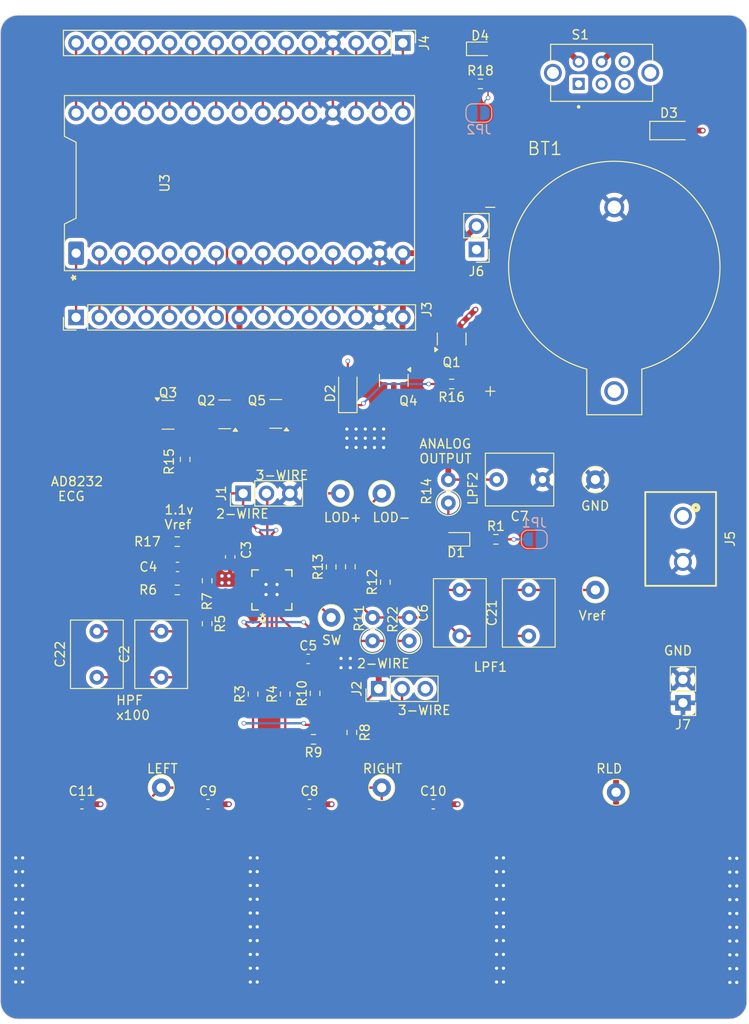
<source format=kicad_pcb>
(kicad_pcb (version 20241229) (generator "pcbnew") (generator_version "9.0")
  (layers (0 "F.Cu" signal) (4 "In1.Cu" signal) (6 "In2.Cu" signal) (2 "B.Cu" signal) (13 "F.Paste" user) (15 "B.Paste" user) (5 "F.SilkS" user "F.Silkscreen") (7 "B.SilkS" user "B.Silkscreen") (1 "F.Mask" user) (3 "B.Mask" user) (25 "Edge.Cuts" user))
  (net 0 "")
  (net 1 "GND")
  (net 2 "+3V0")
  (net 3 "Net-(U1-HPSENSE)")
  (net 4 "/VREFIN")
  (net 5 "Net-(U1-RLDFB)")
  (net 6 "Net-(U1-OPAMP+)")
  (net 7 "Net-(U1-REFOUT)")
  (net 8 "/FILTER_OUT")
  (net 9 "/PWR_OFF_HV")
  (net 10 "/PWR_HOLD")
  (net 11 "Net-(J1-Pin_2)")
  (net 12 "Net-(J2-Pin_2)")
  (net 13 "/RLD")
  (net 14 "/VIN")
  (net 15 "+9V")
  (net 16 "Net-(U1-IN+)")
  (net 17 "/INP")
  (net 18 "/INM")
  (net 19 "Net-(U1-IN-)")
  (net 20 "Net-(U1-IAOUT)")
  (net 21 "Net-(U1-OPAMP-)")
  (net 22 "Net-(D1-K)")
  (net 23 "/LODN")
  (net 24 "/LODP")
  (net 25 "+3V3")
  (net 26 "/HR_SIGNAL")
  (net 27 "/P1")
  (net 28 "/D2")
  (net 29 "/PWR_ON")
  (net 30 "Net-(U1-SW)")
  (net 31 "/D11")
  (net 32 "/D8")
  (net 33 "/A3")
  (net 34 "/A0")
  (net 35 "/D4")
  (net 36 "/TX")
  (net 37 "/RX")
  (net 38 "/A7")
  (net 39 "/D9")
  (net 40 "/D13")
  (net 41 "/D10")
  (net 42 "/D6")
  (net 43 "/D12")
  (net 44 "/RESET")
  (net 45 "/RESET1")
  (net 46 "/D7")
  (net 47 "/A5")
  (net 48 "/A2")
  (net 49 "/A6")
  (net 50 "+5V")
  (net 51 "/AREF")
  (net 52 "/D5")
  (net 53 "/A1")
  (net 54 "Net-(D1-A)")
  (net 55 "Net-(JP1-B)")
  (net 56 "/RL")
  (net 57 "/BPLUS")
  (net 58 "Net-(D3-K)")
  (net 59 "Net-(D3-A)")
  (net 63 "Net-(JP2-B)")
  (net 64 "Net-(D4-K)")
  (footprint "Resistor_SMD:R_0603_1608Metric" (layer "F.Cu") (at 130.340001 102.792999 -90)
    (property "Reference" "R8")
    (property "Value" "10M")
  )
  (footprint "TestPoint:TestPoint_Keystone_5000-5004_Miniature" (layer "F.Cu") (at 159.090001 109.292999 90)
    (property "Reference" "TP5" (hide yes))
    (property "Value" "TestPoint")
  )
  (footprint "Capacitor_SMD:C_0603_1608Metric" (layer "F.Cu") (at 111.365001 84.792999 180)
    (property "Reference" "C4")
    (property "Value" "100nF")
  )
  (footprint "LED_SMD:LED_0603_1608Metric" (layer "F.Cu") (at 141.690001 81.792999 180)
    (property "Reference" "D1")
    (property "Value" "LED")
  )
  (footprint "Connector_PinHeader_2.54mm:PinHeader_1x15_P2.54mm_Vertical" (layer "F.Cu") (at 100.33 57.658 90)
    (property "Reference" "J3")
    (property "Value" "Conn_01x15")
  )
  (footprint "Diode_SMD:D_SOD-123F" (layer "F.Cu") (at 129.9 65.8 90)
    (property "Reference" "D2")
    (property "Value" "1N4148")
  )
  (footprint "Resistor_SMD:R_0603_1608Metric" (layer "F.Cu") (at 114.590001 86.292999 -90)
    (property "Reference" "R7")
    (property "Value" "10M")
  )
  (footprint "Capacitor_THT:C_Rect_L7.2mm_W5.5mm_P5.00mm_FKS2_FKP2_MKS2_MKP2" (layer "F.Cu") (at 109.590001 96.792999 90)
    (property "Reference" "C2")
    (property "Value" "1u")
  )
  (footprint "ECG_Footprints:FingerPad" (layer "F.Cu") (at 106.68 123.063 180)
    (property "Reference" "TP11" (hide yes))
    (property "Value" "TestPoint")
  )
  (footprint "Capacitor_SMD:C_0603_1608Metric" (layer "F.Cu") (at 114.681 110.6)
    (property "Reference" "C9")
    (property "Value" "1nF")
  )
  (footprint "Resistor_SMD:R_0603_1608Metric" (layer "F.Cu") (at 112.2 73.1 90)
    (property "Reference" "R15")
    (property "Value" "1M")
  )
  (footprint "Connector_PinHeader_2.54mm:PinHeader_1x03_P2.54mm_Vertical" (layer "F.Cu") (at 133.260001 98.042999 90)
    (property "Reference" "J2")
    (property "Value" "Conn_01x03")
  )
  (footprint "ECG_Footprints:691137710002" (layer "F.Cu") (at 166.37 81.748 -90)
    (property "Reference" "J5")
    (property "Value" "Conn_01x02")
  )
  (footprint "Resistor_THT:R_Axial_DIN0207_L6.3mm_D2.5mm_P2.54mm_Vertical" (layer "F.Cu") (at 136.590001 92.832999 90)
    (property "Reference" "R22")
    (property "Value" "DNP")
  )
  (footprint "Resistor_SMD:R_0603_1608Metric" (layer "F.Cu") (at 111.340001 82.042999 180)
    (property "Reference" "R17")
    (property "Value" "10M")
  )
  (footprint "Resistor_SMD:R_0603_1608Metric" (layer "F.Cu") (at 123.090001 98.617999 90)
    (property "Reference" "R4")
    (property "Value" "220K")
  )
  (footprint "Capacitor_THT:C_Rect_L7.2mm_W5.5mm_P5.00mm_FKS2_FKP2_MKS2_MKP2" (layer "F.Cu") (at 142.090001 92.292999 90)
    (property "Reference" "C6")
    (property "Value" "4.7n")
  )
  (footprint "ECG_Footprints:FingerPad" (layer "F.Cu") (at 160.02 123.063 180)
    (property "Reference" "TP9" (hide yes))
    (property "Value" "TestPoint")
  )
  (footprint "TestPoint:TestPoint_Keystone_5000-5004_Miniature" (layer "F.Cu") (at 133.590001 108.792999 90)
    (property "Reference" "TP3" (hide yes))
    (property "Value" "TestPoint")
  )
  (footprint "Package_TO_SOT_SMD:SOT-23" (layer "F.Cu") (at 141.2 60 90)
    (property "Reference" "Q1")
    (property "Value" "DMG2301L")
  )
  (footprint "Resistor_SMD:R_0603_1608Metric" (layer "F.Cu") (at 146.015001 81.792999)
    (property "Reference" "R1")
    (property "Value" "1k")
  )
  (footprint "TestPoint:TestPoint_Keystone_5000-5004_Miniature" (layer "F.Cu") (at 129.090001 76.792999 90)
    (property "Reference" "TP2" (hide yes))
    (property "Value" "TestPoint")
  )
  (footprint "Resistor_SMD:R_0603_1608Metric" (layer "F.Cu") (at 128.090001 84.792999 90)
    (property "Reference" "R13")
    (property "Value" "1M")
  )
  (footprint "TestPoint:TestPoint_Keystone_5000-5004_Miniature" (layer "F.Cu") (at 156.840001 75.292999 90)
    (property "Reference" "TP8" (hide yes))
    (property "Value" "TestPoint")
  )
  (footprint "Package_TO_SOT_SMD:SOT-23" (layer "F.Cu") (at 122.0625 68.15 180)
    (property "Reference" "Q5")
    (property "Value" "T2N7002AK")
  )
  (footprint "Resistor_SMD:R_0603_1608Metric" (layer "F.Cu") (at 126.340001 98.542999 90)
    (property "Reference" "R10")
    (property "Value" "330K")
  )
  (footprint "Connector_PinHeader_2.54mm:PinHeader_1x03_P2.54mm_Vertical" (layer "F.Cu") (at 118.510001 76.792999 90)
    (property "Reference" "J1")
    (property "Value" "Conn_01x03")
  )
  (footprint "ECG_Footprints:FingerPad" (layer "F.Cu") (at 132.715 123.063 180)
    (property "Reference" "TP10" (hide yes))
    (property "Value" "TestPoint")
  )
  (footprint "Package_TO_SOT_SMD:SOT-23" (layer "F.Cu") (at 110.3375 68.25)
    (property "Reference" "Q3")
    (property "Value" "T2N7002AK")
  )
  (footprint "Capacitor_SMD:C_0603_1608Metric" (layer "F.Cu") (at 125.73 110.6)
    (property "Reference" "C8")
    (property "Value" "1nF")
  )
  (footprint "Capacitor_THT:C_Rect_L7.2mm_W5.5mm_P5.00mm_FKS2_FKP2_MKS2_MKP2" (layer "F.Cu") (at 102.590001 96.792999 90)
    (property "Reference" "C22")
    (property "Value" "DNP")
  )
  (footprint "Connector_PinHeader_2.54mm:PinHeader_1x02_P2.54mm_Vertical" (layer "F.Cu") (at 166.37 99.568 180)
    (property "Reference" "J7")
    (property "Value" "Conn_01x02")
  )
  (footprint "TestPoint:TestPoint_Keystone_5000-5004_Miniature" (layer "F.Cu") (at 128.090001 90.292999 90)
    (property "Reference" "TP6" (hide yes))
    (property "Value" "TestPoint")
  )
  (footprint "Capacitor_SMD:C_0603_1608Metric" (layer "F.Cu") (at 125.590001 94.792999)
    (property "Reference" "C5")
    (property "Value" "1nF")
  )
  (footprint "Resistor_SMD:R_0603_1608Metric" (layer "F.Cu") (at 114.590001 90.967999 -90)
    (property "Reference" "R5")
    (property "Value" "10M")
  )
  (footprint "Capacitor_SMD:C_0603_1608Metric" (layer "F.Cu") (at 100.965 110.6)
    (property "Reference" "C11")
    (property "Value" "1nF")
  )
  (footprint "Resistor_SMD:R_0603_1608Metric" (layer "F.Cu") (at 126.165001 103.542999 180)
    (property "Reference" "R9")
    (property "Value" "10M")
  )
  (footprint "Capacitor_THT:C_Rect_L7.2mm_W5.5mm_P5.00mm_FKS2_FKP2_MKS2_MKP2" (layer "F.Cu") (at 151.090001 75.292999 180)
    (property "Reference" "C7")
    (property "Value" "100nF")
  )
  (footprint "LED_SMD:LED_0603_1608Metric" (layer "F.Cu") (at 144.2975 28.448)
    (property "Reference" "D4")
    (property "Value" "LED_Red")
  )
  (footprint "Package_TO_SOT_SMD:SOT-23" (layer "F.Cu") (at 134.9 64.5 -90)
    (property "Reference" "Q4")
    (property "Value" "T2N7002AK")
  )
  (footprint "ECG_Footprints:DIP30-ArduinoNano" (layer "F.Cu") (at 110.49 43.053 90)
    (property "Reference" "U3")
    (property "Value" "ABX00027")
  )
  (footprint "Resistor_SMD:R_0603_1608Metric" (layer "F.Cu") (at 111.340001 87.292999 180)
    (property "Reference" "R6")
    (property "Value" "10M")
  )
  (footprint "Connector_PinHeader_2.54mm:PinHeader_1x02_P2.54mm_Vertical" (layer "F.Cu") (at 143.9 50.275 180)
    (property "Reference" "J6")
    (property "Value" "Conn_01x02")
  )
  (footprint "TestPoint:TestPoint_Keystone_5000-5004_Miniature" (layer "F.Cu") (at 156.840001 87.292999 90)
    (property "Reference" "TP7" (hide yes))
    (property "Value" "TestPoint")
  )
  (footprint "Resistor_SMD:R_0603_1608Metric" (layer "F.Cu") (at 119.590001 98.617999 90)
    (property "Reference" "R3")
    (property "Value" "220K")
  )
  (footprint "Resistor_SMD:R_0603_1608Metric" (layer "F.Cu") (at 144.335 32.258)
    (property "Reference" "R18")
    (property "Value" "6.8K")
  )
  (footprint "ECG_Footprints:BAT_BS-3" (layer "F.Cu") (at 158.9 52.18375)
    (property "Reference" "BT1")
    (property "Value" "BS-3")
  )
  (footprint "Capacitor_SMD:C_0603_1608Metric" (layer "F.Cu") (at 117.1 83.7 -90)
    (property "Reference" "C3")
    (property "Value" "100nF")
  )
  (footprint "TestPoint:TestPoint_Keystone_5000-5004_Miniature" (layer "F.Cu") (at 133.590001 76.792999 90)
    (property "Reference" "TP1" (hide yes))
    (property "Value" "TestPoint")
  )
  (footprint "Resistor_THT:R_Axial_DIN0207_L6.3mm_D2.5mm_P2.54mm_Vertical" (layer "F.Cu") (at 132.590001 92.832999 90)
    (property "Reference" "R11")
    (property "Value" "470K")
  )
  (footprint "TestPoint:TestPoint_Keystone_5000-5004_Miniature" (layer "F.Cu") (at 109.590001 108.792999 90)
    (property "Reference" "TP4" (hide yes))
    (property "Value" "TestPoint")
  )
  (footprint "Resistor_SMD:R_0603_1608Metric" (layer "F.Cu") (at 130.175 84.773 90)
    (property "Reference" "R2" (hide yes))
    (property "Value" "DNP")
  )
  (footprint "Diode_SMD:D_SOD-123F" (layer "F.Cu") (at 164.973 37.338)
    (property "Reference" "D3")
    (property "Value" "~")
  )
  (footprint "Package_TO_SOT_SMD:SOT-23" (layer "F.Cu") (at 116.5 68.2 180)
    (property "Reference" "Q2")
    (property "Value" "T2N7002AK")
  )
  (footprint "Capacitor_THT:C_Rect_L7.2mm_W5.5mm_P5.00mm_FKS2_FKP2_MKS2_MKP2" (layer "F.Cu") (at 149.590001 92.292999 90)
    (property "Reference" "C21")
    (property "Value" "DNP")
  )
  (footprint "Resistor_SMD:R_0603_1608Metric" (layer "F.Cu") (at 141.2 64.9 180)
    (property "Reference" "R16")
    (property "Value" "1M")
  )
  (footprint "Resistor_SMD:R_0603_1608Metric" (layer "F.Cu") (at 133.985 86.442999 90)
    (property "Reference" "R12")
    (property "Value" "100K")
  )
  (footprint "Resistor_THT:R_Axial_DIN0207_L6.3mm_D2.5mm_P2.54mm_Vertical" (layer "F.Cu") (at 140.840001 77.837999 90)
    (property "Reference" "R14")
    (property "Value" "0")
  )
  (footprint "Connector_PinHeader_2.54mm:PinHeader_1x15_P2.54mm_Vertical" (layer "F.Cu") (at 135.89 27.813 -90)
    (property "Reference" "J4")
    (property "Value" "Conn_01x15")
  )
  (footprint "ECG_Footprints:CP_20_10_ADI" (layer "F.Cu") (at 121.637602 87.293 180)
    (property "Reference" "U1" (hide yes))
    (property "Value" "AD8232ACPZ-R7")
  )
  (footprint "Capacitor_SMD:C_0603_1608Metric" (layer "F.Cu") (at 139.2 110.6)
    (property "Reference" "C10")
    (property "Value" "1nF")
  )
  (footprint "ECG_Footprints:SW_SLW-118562-4A-N-D" (layer "F.Cu") (at 157.52 31.058)
    (property "Reference" "S1")
    (property "Value" "SLW-118562-4A-N-D")
  )
  (footprint "Jumper:SolderJumper-2_P1.3mm_Open_RoundedPad1.0x1.5mm" (layer "B.Cu") (at 150.190001 81.792999 180)
    (property "Reference" "JP1")
    (property "Value" "SolderJumper_2_Open")
  )
  (footprint "Jumper:SolderJumper-2_P1.3mm_Open_RoundedPad1.0x1.5mm" (layer "B.Cu") (at 144.165 35.433)
    (property "Reference" "JP2")
    (property "Value" "SolderJumper_2_Open")
  )
  (gr_arc (start 173.355 132.08) (mid 172.797038 133.427038) (end 171.45 133.985) (stroke (width 0.05)) (layer "Edge.Cuts"))
  (gr_line (start 93.98 24.765) (end 171.45 24.765) (stroke (width 0.05)) (layer "Edge.Cuts"))
  (gr_arc (start 171.45 24.765) (mid 172.797038 25.322962) (end 173.355 26.67) (stroke (width 0.05)) (layer "Edge.Cuts"))
  (gr_arc (start 93.98 133.985) (mid 92.632962 133.427038) (end 92.075 132.08) (stroke (width 0.05)) (layer "Edge.Cuts"))
  (gr_line (start 173.355 26.67) (end 173.355 132.08) (stroke (width 0.05)) (layer "Edge.Cuts"))
  (gr_line (start 171.45 133.985) (end 93.98 133.985) (stroke (width 0.05)) (layer "Edge.Cuts"))
  (gr_arc (start 92.075 26.67) (mid 92.632962 25.322962) (end 93.98 24.765) (stroke (width 0.05)) (layer "Edge.Cuts"))
  (gr_line (start 92.075 132.08) (end 92.075 26.67) (stroke (width 0.05)) (layer "Edge.Cuts"))
  (gr_text "3-WIRE" (at 135.255 100.965 0) (layer "F.SilkS") (effects (font (size 1 1)) (justify left bottom)))
  (gr_text "AD8232\n ECG" (at 97.5 77.7 0) (layer "F.SilkS") (effects (font (size 1 1)) (justify left bottom)))
  (gr_text "LPF2" (at 144.090001 78.162999 90) (layer "F.SilkS") (effects (font (size 1 1)) (justify left bottom)))
  (gr_text "RLD" (at 156.845 107.315 0) (layer "F.SilkS") (effects (font (size 1 1)) (justify left bottom)))
  (gr_text "3-WIRE\n" (at 119.780001 75.412999 0) (layer "F.SilkS") (effects (font (size 1 1)) (justify left bottom)))
  (gr_text "ANALOG\nOUTPUT" (at 137.6 73.6 0) (layer "F.SilkS") (effects (font (size 1 1)) (justify left bottom)))
  (gr_text "LEFT" (at 107.95 107.315 0) (layer "F.SilkS") (effects (font (size 1 1)) (justify left bottom)))
  (gr_text "GND" (at 164.211 94.488 0) (layer "F.SilkS") (effects (font (size 1 1)) (justify left bottom)))
  (gr_text "2-WIRE" (at 121.3866 79.6036 0) (layer "F.SilkS") (effects (font (size 1 1)) (justify right bottom)))
  (gr_text "LOD-" (at 132.5 80 0) (layer "F.SilkS") (effects (font (size 1 1)) (justify left bottom)))
  (gr_text "SW" (at 127 93.345 0) (layer "F.SilkS") (effects (font (size 1 1)) (justify left bottom)))
  (gr_text "GND" (at 155.194 78.74 0) (layer "F.SilkS") (effects (font (size 1 1)) (justify left bottom)))
  (gr_text "RIGHT" (at 131.445 107.315 0) (layer "F.SilkS") (effects (font (size 1 1)) (justify left bottom)))
  (gr_text "LPF1" (at 143.51 96.266 0) (layer "F.SilkS") (effects (font (size 1 1)) (justify left bottom)))
  (gr_text "LOD+" (at 127.2 80 0) (layer "F.SilkS") (effects (font (size 1 1)) (justify left bottom)))
  (gr_text "HPF\nx100" (at 104.6 101.5 0) (layer "F.SilkS") (effects (font (size 1 1)) (justify left bottom)))
  (gr_text "Vref" (at 154.94 90.678 0) (layer "F.SilkS") (effects (font (size 1 1)) (justify left bottom)))
  (gr_text "1.1v\nVref" (at 109.855 80.772 0) (layer "F.SilkS") (effects (font (size 1 1)) (justify left bottom)))
  (gr_text "2-WIRE" (at 130.81 95.885 0) (layer "F.SilkS") (effects (font (size 1 1)) (justify left bottom)))
  (segment (start 119.092999 86.292999) (end 118.6 85.8) (width 0.24) (layer "F.Cu") (net 1))
  (segment (start 118.6 85.8) (end 118.6 83.3) (width 0.24) (layer "F.Cu") (net 1))
  (segment (start 119.685203 86.292999) (end 120.637601 86.292999) (width 0.24) (layer "F.Cu") (net 1))
  (segment (start 133.35 58.293) (end 133.35 50.673) (width 0.254) (layer "F.Cu") (net 1))
  (segment (start 120.637601 86.292999) (end 121.637602 87.293) (width 0.24) (layer "F.Cu") (net 1))
  (segment (start 128.27 35.433) (end 128.27 27.813) (width 0.254) (layer "F.Cu") (net 1))
  (segment (start 119.685203 86.292999) (end 119.092999 86.292999) (width 0.24) (layer "F.Cu") (net 1))
  (segment (start 118.6 83.3) (end 118.225 82.925) (width 0.24) (layer "F.Cu") (net 1))
  (segment (start 118.225 82.925) (end 117.1 82.925) (width 0.24) (layer "F.Cu") (net 1))
  (via (at 119.2904 129.9322) (size 0.5) (drill 0.35) (layers "F.Cu" "B.Cu") (net 1))
  (via (at 130.8 69.8) (size 0.5) (drill 0.35) (layers "F.Cu" "B.Cu") (net 1))
  (via (at 93.7634 123.9322) (size 0.5) (drill 0.35) (layers "F.Cu" "B.Cu") (net 1))
  (via (at 171.4754 122.4802) (size 0.5) (drill 0.35) (layers "F.Cu" "B.Cu") (net 1))
  (via (at 122.2 86.7) (size 0.5) (drill 0.35) (layers "F.Cu" "B.Cu") (net 1))
  (via (at 172.2254 125.4802) (size 0.5) (drill 0.35) (layers "F.Cu" "B.Cu") (net 1))
  (via (at 119.2904 126.9322) (size 0.5) (drill 0.35) (layers "F.Cu" "B.Cu") (net 1))
  (via (at 171.4754 125.4802) (size 0.5) (drill 0.35) (layers "F.Cu" "B.Cu") (net 1))
  (via (at 146.0874 128.4322) (size 0.5) (drill 0.35) (layers "F.Cu" "B.Cu") (net 1))
  (via (at 94.5134 128.4322) (size 0.5) (drill 0.35) (layers "F.Cu" "B.Cu") (net 1))
  (via (at 172.2254 126.9802) (size 0.5) (drill 0.35) (layers "F.Cu" "B.Cu") (net 1))
  (via (at 146.0874 119.4322) (size 0.5) (drill 0.35) (layers "F.Cu" "B.Cu") (net 1))
  (via (at 120.0404 125.4322) (size 0.5) (drill 0.35) (layers "F.Cu" "B.Cu") (net 1))
  (via (at 93.7634 125.4322) (size 0.5) (drill 0.35) (layers "F.Cu" "B.Cu") (net 1))
  (via (at 172.2254 129.9802) (size 0.5) (drill 0.35) (layers "F.Cu" "B.Cu") (net 1))
  (via (at 120.0404 116.4322) (size 0.5) (drill 0.35) (layers "F.Cu" "B.Cu") (net 1))
  (via (at 120.0404 126.9322) (size 0.5) (drill 0.35) (layers "F.Cu" "B.Cu") (net 1))
  (via (at 146.0874 125.4322) (size 0.5) (drill 0.35) (layers "F.Cu" "B.Cu") (net 1))
  (via (at 93.7634 119.4322) (size 0.5) (drill 0.35) (layers "F.Cu" "B.Cu") (net 1))
  (via (at 93.7634 122.4322) (size 0.5) (drill 0.35) (layers "F.Cu" "B.Cu") (net 1))
  (via (at 119.2904 119.4322) (size 0.5) (drill 0.35) (layers "F.Cu" "B.Cu") (net 1))
  (via (at 132.8 69.8) (size 0.5) (drill 0.35) (layers "F.Cu" "B.Cu") (net 1))
  (via (at 146.8374 126.9322) (size 0.5) (drill 0.35) (layers "F.Cu" "B.Cu") (net 1))
  (via (at 93.7634 128.4322) (size 0.5) (drill 0.35) (layers "F.Cu" "B.Cu") (net 1))
  (via (at 119.2904 125.4322) (size 0.5) (drill 0.35) (layers "F.Cu" "B.Cu") (net 1))
  (via (at 120.0404 119.4322) (size 0.5) (drill 0.35) (layers "F.Cu" "B.Cu") (net 1))
  (via (at 119.2904 128.4322) (size 0.5) (drill 0.35) (layers "F.Cu" "B.Cu") (net 1))
  (via (at 146.8374 120.9322) (size 0.5) (drill 0.35) (layers "F.Cu" "B.Cu") (net 1))
  (via (at 172.2254 120.9802) (size 0.5) (drill 0.35) (layers "F.Cu" "B.Cu") (net 1))
  (via (at 120.0404 123.9322) (size 0.5) (drill 0.35) (layers "F.Cu" "B.Cu") (net 1))
  (via (at 94.5134 126.9322) (size 0.5) (drill 0.35) (layers "F.Cu" "B.Cu") (net 1))
  (via (at 131.8 71.8) (size 0.5) (drill 0.35) (layers "F.Cu" "B.Cu") (net 1))
  (via (at 93.7634 117.9322) (size 0.5) (drill 0.35) (layers "F.Cu" "B.Cu") (net 1))
  (via (at 172.2254 117.9802) (size 0.5) (drill 0.35) (layers "F.Cu" "B.Cu") (net 1))
  (via (at 146.8374 123.9322) (size 0.5) (drill 0.35) (layers "F.Cu" "B.Cu") (net 1))
  (via (at 172.2254 119.4802) (size 0.5) (drill 0.35) (layers "F.Cu" "B.Cu") (net 1))
  (via (at 130.175 94.742) (size 0.5) (drill 0.35) (layers "F.Cu" "B.Cu") (net 1))
  (via (at 171.4754 126.9802) (size 0.5) (drill 0.35) (layers "F.Cu" "B.Cu") (net 1))
  (via (at 172.2254 122.4802) (size 0.5) (drill 0.35) (layers "F.Cu" "B.Cu") (net 1))
  (via (at 146.8374 116.4322) (size 0.5) (drill 0.35) (layers "F.Cu" "B.Cu") (net 1))
  (via (at 94.5134 129.9322) (size 0.5) (drill 0.35) (layers "F.Cu" "B.Cu") (net 1))
  (via (at 129.8 71.8) (size 0.5) (drill 0.35) (layers "F.Cu" "B.Cu") (net 1))
  (via (at 120.0404 128.4322) (size 0.5) (drill 0.35) (layers "F.Cu" "B.Cu") (net 1))
  (via (at 146.0874 123.9322) (size 0.5) (drill 0.35) (layers "F.Cu" "B.Cu") (net 1))
  (via (at 94.5134 119.4322) (size 0.5) (drill 0.35) (layers "F.Cu" "B.Cu") (net 1))
  (via (at 131.8 70.8) (size 0.5) (drill 0.35) (layers "F.Cu" "B.Cu") (net 1))
  (via (at 120.0404 129.9322) (size 0.5) (drill 0.35) (layers "F.Cu" "B.Cu") (net 1))
  (via (at 132.8 71.8) (size 0.5) (drill 0.35) (layers "F.Cu" "B.Cu") (net 1))
  (via (at 146.0874 129.9322) (size 0.5) (drill 0.35) (layers "F.Cu" "B.Cu") (net 1))
  (via (at 119.2904 116.4322) (size 0.5) (drill 0.35) (layers "F.Cu" "B.Cu") (net 1))
  (via (at 130.8 70.8) (size 0.5) (drill 0.35) (layers "F.Cu" "B.Cu") (net 1))
  (via (at 129.159 95.758) (size 0.5) (drill 0.35) (layers "F.Cu" "B.Cu") (net 1))
  (via (at 146.8374 122.4322) (size 0.5) (drill 0.35) (layers "F.Cu" "B.Cu") (net 1))
  (via (at 171.4754 120.9802) (size 0.5) (drill 0.35) (layers "F.Cu" "B.Cu") (net 1))
  (via (at 130.8 71.8) (size 0.5) (drill 0.35) (layers "F.Cu" "B.Cu") (net 1))
  (via (at 94.5134 120.9322) (size 0.5) (drill 0.35) (layers "F.Cu" "B.Cu") (net 1))
  (via (at 119.2904 123.9322) (size 0.5) (drill 0.35) (layers "F.Cu" "B.Cu") (net 1))
  (via (at 171.4754 123.9802) (size 0.5) (drill 0.35) (layers "F.Cu" "B.Cu") (net 1))
  (via (at 131.8 69.8) (size 0.5) (drill 0.35) (layers "F.Cu" "B.Cu") (net 1))
  (via (at 133.8 69.8) (size 0.5) (drill 0.35) (layers "F.Cu" "B.Cu") (net 1))
  (via (at 120.0404 122.4322) (size 0.5) (drill 0.35) (layers "F.Cu" "B.Cu") (net 1))
  (via (at 172.2254 123.9802) (size 0.5) (drill 0.35) (layers "F.Cu" "B.Cu") (net 1))
  (via (at 129.159 94.742) (size 0.5) (drill 0.35) (layers "F.Cu" "B.Cu") (net 1))
  (via (at 146.0874 126.9322) (size 0.5) (drill 0.35) (layers "F.Cu" "B.Cu") (net 1))
  (via (at 94.5134 122.4322) (size 0.5) (drill 0.35) (layers "F.Cu" "B.Cu") (net 1))
  (via (at 146.8374 119.4322) (size 0.5) (drill 0.35) (layers "F.Cu" "B.Cu") (net 1))
  (via (at 130.175 95.758) (size 0.5) (drill 0.35) (layers "F.Cu" "B.Cu") (net 1))
  (via (at 121 87.8) (size 0.5) (drill 0.35) (layers "F.Cu" "B.Cu") (net 1))
  (via (at 93.7634 126.9322) (size 0.5) (drill 0.35) (layers "F.Cu" "B.Cu") (net 1))
  (via (at 94.5134 123.9322) (size 0.5) (drill 0.35) (layers "F.Cu" "B.Cu") (net 1))
  (via (at 172.2254 116.4802) (size 0.5) (drill 0.35) (layers "F.Cu" "B.Cu") (net 1))
  (via (at 129.8 69.8) (size 0.5) (drill 0.35) (layers "F.Cu" "B.Cu") (net 1))
  (via (at 172.2254 128.4802) (size 0.5) (drill 0.35) (layers "F.Cu" "B.Cu") (net 1))
  (via (at 120.0404 117.9322) (size 0.5) (drill 0.35) (layers "F.Cu" "B.Cu") (net 1))
  (via (at 119.2904 122.4322) (size 0.5) (drill 0.35) (layers "F.Cu" "B.Cu") (net 1))
  (via (at 146.0874 120.9322) (size 0.5) (drill 0.35) (layers "F.Cu" "B.Cu") (net 1))
  (via (at 129.8 70.8) (size 0.5) (drill 0.35) (layers "F.Cu" "B.Cu") (net 1))
  (via (at 133.8 70.8) (size 0.5) (drill 0.35) (layers "F.Cu" "B.Cu") (net 1))
  (via (at 146.0874 116.4322) (size 0.5) (drill 0.35) (layers "F.Cu" "B.Cu") (net 1))
  (via (at 171.4754 119.4802) (size 0.5) (drill 0.35) (layers "F.Cu" "B.Cu") (net 1))
  (via (at 132.8 70.8) (size 0.5) (drill 0.35) (layers "F.Cu" "B.Cu") (net 1))
  (via (at 171.4754 128.4802) (size 0.5) (drill 0.35) (layers "F.Cu" "B.Cu") (net 1))
  (via (at 121 86.7) (size 0.5) (drill 0.35) (layers "F.Cu" "B.Cu") (net 1))
  (via (at 146.8374 128.4322) (size 0.5) (drill 0.35) (layers "F.Cu" "B.Cu") (net 1))
  (via (at 171.4754 116.4802) (size 0.5) (drill 0.35) (layers "F.Cu" "B.Cu") (net 1))
  (via (at 133.8 71.8) (size 0.5) (drill 0.35) (layers "F.Cu" "B.Cu") (net 1))
  (via (at 93.7634 116.4322) (size 0.5) (drill 0.35) (layers "F.Cu" "B.Cu") (net 1))
  (via (at 171.4754 117.9802) (size 0.5) (drill 0.35) (layers "F.Cu" "B.Cu") (net 1))
  (via (at 171.4754 129.9802) (size 0.5) (drill 0.35) (layers "F.Cu" "B.Cu") (net 1))
  (via (at 93.7634 120.9322) (size 0.5) (drill 0.35) (layers "F.Cu" "B.Cu") (net 1))
  (via (at 146.8374 117.9322) (size 0.5) (drill 0.35) (layers "F.Cu" "B.Cu") (net 1))
  (via (at 94.5134 116.4322) (size 0.5) (drill 0.35) (layers "F.Cu" "B.Cu") (net 1))
  (via (at 146.0874 122.4322) (size 0.5) (drill 0.35) (layers "F.Cu" "B.Cu") (net 1))
  (via (at 146.8374 129.9322) (size 0.5) (drill 0.35) (layers "F.Cu" "B.Cu") (net 1))
  (via (at 120.0404 120.9322) (size 0.5) (drill 0.35) (layers "F.Cu" "B.Cu") (net 1))
  (via (at 146.8374 125.4322) (size 0.5) (drill 0.35) (layers "F.Cu" "B.Cu") (net 1))
  (via (at 94.5134 117.9322) (size 0.5) (drill 0.35) (layers "F.Cu" "B.Cu") (net 1))
  (via (at 94.5134 125.4322) (size 0.5) (drill 0.35) (layers "F.Cu" "B.Cu") (net 1))
  (via (at 93.7634 129.9322) (size 0.5) (drill 0.35) (layers "F.Cu" "B.Cu") (net 1))
  (via (at 119.2904 120.9322) (size 0.5) (drill 0.35) (layers "F.Cu" "B.Cu") (net 1))
  (via (at 119.2904 117.9322) (size 0.5) (drill 0.35) (layers "F.Cu" "B.Cu") (net 1))
  (via (at 122.2 87.8) (size 0.5) (drill 0.35) (layers "F.Cu" "B.Cu") (net 1))
  (via (at 146.0874 117.9322) (size 0.5) (drill 0.35) (layers "F.Cu" "B.Cu") (net 1))
  (segment (start 118.510001 79.212999) (end 120.090001 80.792999) (width 0.254) (layer "F.Cu") (net 2))
  (segment (start 118.510001 76.792999) (end 115.067999 76.792999) (width 0.254) (layer "F.Cu") (net 2))
  (segment (start 117.1 86.2) (end 117.1 85.8) (width 0.24) (layer "F.Cu") (net 2))
  (segment (start 121.637602 85.340601) (end 121.637602 81.245398) (width 0.254) (layer "F.Cu") (net 2))
  (segment (start 116.967999 85.467999) (end 117.1 85.6) (width 0.24) (layer "F.Cu") (net 2))
  (segment (start 117.1 85.8) (end 117.1 85.6) (width 0.24) (layer "F.Cu") (net 2))
  (segment (start 118.510001 79.212999) (end 118.510001 76.792999) (width 0.254) (layer "F.Cu") (net 2))
  (segment (start 139.975 110.6) (end 141.854 110.6) (width 0.635) (layer "F.Cu") (net 2))
  (segment (start 120.637601 85.340601) (end 120.637601 81.340599) (width 0.254) (layer "F.Cu") (net 2))
  (segment (start 115.067999 76.792999) (end 112.2 73.925) (width 0.254) (layer "F.Cu") (net 2))
  (segment (start 117.693001 86.793001) (end 117.1 86.2) (width 0.24) (layer "F.Cu") (net 2))
  (segment (start 126.505 110.6) (end 128.143 110.6) (width 0.635) (layer "F.Cu") (net 2))
  (segment (start 121.637602 81.245398) (end 122.090001 80.792999) (width 0.254) (layer "F.Cu") (net 2))
  (segment (start 117.1 85.6) (end 117.1 84.475) (width 0.24) (layer "F.Cu") (net 2))
  (segment (start 115.456 110.6) (end 116.967 110.6) (width 0.635) (layer "F.Cu") (net 2))
  (segment (start 119.685203 86.793001) (end 117.693001 86.793001) (width 0.24) (layer "F.Cu") (net 2))
  (segment (start 101.74 110.6) (end 102.997 110.6) (width 0.635) (layer "F.Cu") (net 2))
  (segment (start 114.590001 85.467999) (end 116.967999 85.467999) (width 0.24) (layer "F.Cu") (net 2))
  (segment (start 120.637601 81.340599) (end 120.090001 80.792999) (width 0.254) (layer "F.Cu") (net 2))
  (via (at 116.955 86.5258) (size 0.5) (drill 0.35) (layers "F.Cu" "B.Cu") (net 2))
  (via (at 116.205 86.5258) (size 0.5) (drill 0.35) (layers "F.Cu" "B.Cu") (net 2))
  (via (at 116.967 110.6) (size 0.5) (drill 0.35) (layers "F.Cu" "B.Cu") (net 2))
  (via (at 141.854 110.6) (size 0.5) (drill 0.35) (layers "F.Cu" "B.Cu") (net 2))
  (via (at 122.090001 80.792999) (size 0.5) (drill 0.35) (layers "F.Cu" "B.Cu") (net 2))
  (via (at 116.205 85.7758) (size 0.5) (drill 0.35) (layers "F.Cu" "B.Cu") (net 2))
  (via (at 128.143 110.6) (size 0.5) (drill 0.35) (layers "F.Cu" "B.Cu") (net 2))
  (via (at 102.997 110.6) (size 0.5) (drill 0.35) (layers "F.Cu" "B.Cu") (net 2))
  (via (at 120.090001 80.792999) (size 0.5) (drill 0.35) (layers "F.Cu" "B.Cu") (net 2))
  (via (at 116.955 85.7758) (size 0.5) (drill 0.35) (layers "F.Cu" "B.Cu") (net 2))
  (segment (start 120.090001 80.792999) (end 122.090001 80.792999) (width 0.254) (layer "B.Cu") (net 2))
  (segment (start 102.590001 91.792999) (end 109.590001 91.792999) (width 0.254) (layer "F.Cu") (net 3))
  (segment (start 115.090001 91.792999) (end 109.590001 91.792999) (width 0.254) (layer "F.Cu") (net 3))
  (segment (start 118.589999 88.293001) (end 115.090001 91.792999) (width 0.254) (layer "F.Cu") (net 3))
  (segment (start 119.685203 88.293001) (end 118.589999 88.293001) (width 0.254) (layer "F.Cu") (net 3))
  (segment (start 112.140001 84.792999) (end 112.140001 82.067999) (width 0.254) (layer "F.Cu") (net 4))
  (segment (start 119.685203 87.293) (end 114.590001 87.292999) (width 0.254) (layer "F.Cu") (net 4))
  (segment (start 112.165001 84.817999) (end 112.140001 84.792999) (width 0.254) (layer "F.Cu") (net 4))
  (segment (start 112.140001 82.067999) (end 112.165001 82.042999) (width 0.254) (layer "F.Cu") (net 4))
  (segment (start 114.415001 87.292999) (end 114.590001 87.117999) (width 0.254) (layer "F.Cu") (net 4))
  (segment (start 112.165001 87.292999) (end 112.165001 84.817999) (width 0.254) (layer "F.Cu") (net 4))
  (segment (start 112.165001 87.292999) (end 114.415001 87.292999) (width 0.254) (layer "F.Cu") (net 4))
  (segment (start 122.137601 89.245399) (end 122.137601 92.340599) (width 0.254) (layer "F.Cu") (net 5))
  (segment (start 124.590001 94.792999) (end 124.815001 94.792999) (width 0.254) (layer "F.Cu") (net 5))
  (segment (start 122.137601 92.340599) (end 124.590001 94.792999) (width 0.254) (layer "F.Cu") (net 5))
  (segment (start 130.090001 87.792999) (end 132.590001 90.292999) (width 0.254) (layer "F.Cu") (net 6))
  (segment (start 140.090001 90.292999) (end 132.590001 90.292999) (width 0.254) (layer "F.Cu") (net 6))
  (segment (start 142.090001 92.292999) (end 149.590001 92.292999) (width 0.254) (layer "F.Cu") (net 6))
  (segment (start 123.590001 87.792999) (end 130.090001 87.792999) (width 0.254) (layer "F.Cu") (net 6))
  (segment (start 140.090001 90.292999) (end 142.090001 92.292999) (width 0.254) (layer "F.Cu") (net 6))
  (segment (start 123.590001 87.293) (end 142.090001 87.292999) (width 0.254) (layer "F.Cu") (net 7))
  (segment (start 149.590001 87.292999) (end 156.840001 87.292999) (width 0.254) (layer "F.Cu") (net 7))
  (segment (start 142.090001 87.292999) (end 149.590001 87.292999) (width 0.254) (layer "F.Cu") (net 7))
  (segment (start 140.840001 72.768001) (end 134.9 66.828) (width 0.635) (layer "F.Cu") (net 8))
  (segment (start 134.9 66.828) (end 134.9 65.4375) (width 0.635) (layer "F.Cu") (net 8))
  (segment (start 140.840001 75.297999) (end 146.085001 75.297999) (width 0.254) (layer "F.Cu") (net 8))
  (segment (start 146.085001 75.297999) (end 146.090001 75.292999) (width 0.254) (layer "F.Cu") (net 8))
  (segment (start 140.840001 75.297999) (end 140.840001 72.768001) (width 0.635) (layer "F.Cu") (net 8))
  (segment (start 118.4 68.2) (end 120.8 65.8) (width 0.24) (layer "F.Cu") (net 9))
  (segment (start 126.1 65.8) (end 127.5 67.2) (width 0.24) (layer "F.Cu") (net 9))
  (segment (start 140.375 64.9) (end 138.7 64.9) (width 0.24) (layer "F.Cu") (net 9))
  (segment (start 131.4 67.2) (end 131.6 67) (width 0.24) (layer "F.Cu") (net 9))
  (segment (start 120.8 65.8) (end 126.1 65.8) (width 0.24) (layer "F.Cu") (net 9))
  (segment (start 140.375 61.0625) (end 140.25 60.9375) (width 0.24) (layer "F.Cu") (net 9))
  (segment (start 140.375 64.9) (end 140.375 61.0625) (width 0.24) (layer "F.Cu") (net 9))
  (segment (start 111.325 68.2) (end 111.275 68.25) (width 0.24) (layer "F.Cu") (net 9))
  (segment (start 115.5625 68.2) (end 111.325 68.2) (width 0.24) (layer "F.Cu") (net 9))
  (segment (start 115.5625 68.2) (end 118.4 68.2) (width 0.24) (layer "F.Cu") (net 9))
  (segment (start 129.9 67.2) (end 131.4 67.2) (width 0.24) (layer "F.Cu") (net 9))
  (segment (start 127.5 67.2) (end 129.9 67.2) (width 0.24) (layer "F.Cu") (net 9))
  (via (at 138.7 64.9) (size 0.5) (drill 0.35) (layers "F.Cu" "B.Cu") (net 9))
  (via (at 131.6 67) (size 0.5) (drill 0.35) (layers "F.Cu" "B.Cu") (net 9))
  (segment (start 131.6 67) (end 133.7 64.9) (width 0.24) (layer "B.Cu") (net 9))
  (segment (start 133.7 64.9) (end 138.7 64.9) (width 0.24) (layer "B.Cu") (net 9))
  (segment (start 109.4 67.3) (end 110.4 67.3) (width 0.254) (layer "F.Cu") (net 10))
  (segment (start 110.4 67.3) (end 116.748 60.952) (width 0.254) (layer "F.Cu") (net 10))
  (segment (start 123.19 35.433) (end 123.19 27.813) (width 0.254) (layer "F.Cu") (net 10))
  (segment (start 116.748 41.875) (end 123.19 35.433) (width 0.254) (layer "F.Cu") (net 10))
  (segment (start 116.748 60.952) (end 116.748 41.875) (width 0.254) (layer "F.Cu") (net 10))
  (segment (start 121.137603 85.340601) (end 121.137603 76.880601) (width 0.254) (layer "F.Cu") (net 11))
  (segment (start 121.137603 76.880601) (end 121.050001 76.792999) (width 0.254) (layer "F.Cu") (net 11))
  (segment (start 133.300001 103.542999) (end 135.800001 101.042999) (width 0.254) (layer "F.Cu") (net 12))
  (segment (start 126.990001 103.542999) (end 133.300001 103.542999) (width 0.254) (layer "F.Cu") (net 12))
  (segment (start 135.800001 98.042999) (end 135.800001 101.042999) (width 0.254) (layer "F.Cu") (net 12))
  (segment (start 126.340001 97.717999) (end 126.340001 94.817999) (width 0.254) (layer "F.Cu") (net 13))
  (segment (start 122.637603 89.245399) (end 122.637603 90.340601) (width 0.254) (layer "F.Cu") (net 13))
  (segment (start 126.340001 94.817999) (end 126.365001 94.792999) (width 0.254) (layer "F.Cu") (net 13))
  (segment (start 122.637603 90.340601) (end 126.365001 94.067999) (width 0.254) (layer "F.Cu") (net 13))
  (segment (start 126.365001 94.067999) (end 126.365001 94.792999) (width 0.254) (layer "F.Cu") (net 13))
  (segment (start 143.9 47.735) (end 140.962 50.673) (width 0.635) (layer "F.Cu") (net 14))
  (segment (start 135.89 54.4) (end 135.89 50.673) (width 0.635) (layer "F.Cu") (net 14))
  (segment (start 135.85 57.698) (end 135.89 57.658) (width 0.635) (layer "F.Cu") (net 14))
  (segment (start 141.2 56.9) (end 138.7 54.4) (width 0.635) (layer "F.Cu") (net 14))
  (segment (start 141.2 59.0625) (end 141.2 56.9) (width 0.635) (layer "F.Cu") (net 14))
  (segment (start 138.7 54.4) (end 135.89 54.4) (width 0.635) (layer "F.Cu") (net 14))
  (segment (start 135.85 63.5625) (end 135.85 57.698) (width 0.635) (layer "F.Cu") (net 14))
  (segment (start 135.89 57.658) (end 135.89 54.4) (width 0.635) (layer "F.Cu") (net 14))
  (segment (start 140.962 50.673) (end 135.89 50.673) (width 0.635) (layer "F.Cu") (net 14))
  (segment (start 143.1 57.5) (end 143.8 56.8) (width 0.635) (layer "F.Cu") (net 15))
  (segment (start 142.15 58.45) (end 142.4 58.2) (width 0.635) (layer "F.Cu") (net 15))
  (segment (start 142.15 58.45) (end 143.1 57.5) (width 0.635) (layer "F.Cu") (net 15))
  (segment (start 142.025 61.0625) (end 142.15 60.9375) (width 0.254) (layer "F.Cu") (net 15))
  (segment (start 145.085 28.448) (end 153.61 28.448) (width 0.635) (layer "F.Cu") (net 15))
  (segment (start 142.025 64.9) (end 142.025 61.0625) (width 0.254) (layer "F.Cu") (net 15))
  (segment (start 153.61 28.448) (end 155.02 29.858) (width 0.635) (layer "F.Cu") (net 15))
  (segment (start 142.15 60.9375) (end 142.15 58.45) (width 0.635) (layer "F.Cu") (net 15))
  (via (at 143.1 57.5) (size 0.5) (drill 0.35) (layers "F.Cu" "B.Cu") (net 15))
  (via (at 143.8 56.8) (size 0.5) (drill 0.35) (layers "F.Cu" "B.Cu") (net 15))
  (via (at 142.4 58.2) (size 0.5) (drill 0.35) (layers "F.Cu" "B.Cu") (net 15))
  (segment (start 121.137603 89.245399) (end 121.137603 94.245397) (width 0.254) (layer "F.Cu") (net 16))
  (segment (start 121.137603 94.245397) (end 119.590001 95.792999) (width 0.254) (layer "F.Cu") (net 16))
  (segment (start 119.590001 95.792999) (end 119.590001 97.792999) (width 0.254) (layer "F.Cu") (net 16))
  (segment (start 119.590001 101.792999) (end 119.590001 108.792999) (width 0.254) (layer "F.Cu") (net 17))
  (segment (start 106.68 111.703) (end 106.68 123.063) (width 0.254) (layer "F.Cu") (net 17))
  (segment (start 125.265001 101.967999) (end 125.090001 101.792999) (width 0.254) (layer "F.Cu") (net 17))
  (segment (start 109.590001 108.792999) (end 106.68 111.703) (width 0.254) (layer "F.Cu") (net 17))
  (segment (start 109.590001 108.792999) (end 119.590001 108.792999) (width 0.254) (layer "F.Cu") (net 17))
  (segment (start 130.340001 101.967999) (end 125.265001 101.967999) (width 0.254) (layer "F.Cu") (net 17))
  (segment (start 118.590001 101.792999) (end 119.590001 101.792999) (width 0.254) (layer "F.Cu") (net 17))
  (segment (start 119.590001 99.442999) (end 119.590001 101.792999) (width 0.254) (layer "F.Cu") (net 17))
  (via (at 118.590001 101.792999) (size 0.5) (drill 0.35) (layers "F.Cu" "B.Cu") (net 17))
  (via (at 125.090001 101.792999) (size 0.5) (drill 0.35) (layers "F.Cu" "B.Cu") (net 17))
  (segment (start 125.090001 101.792999) (end 118.590001 101.792999) (width 0.254) (layer "B.Cu") (net 17))
  (segment (start 133.590001 115.683001) (end 133.590001 108.792999) (width 0.254) (layer "F.Cu") (net 18))
  (segment (start 123.090001 99.442999) (end 123.090001 103.542999) (width 0.254) (layer "F.Cu") (net 18))
  (segment (start 125.340001 103.542999) (end 123.090001 103.542999) (width 0.254) (layer "F.Cu") (net 18))
  (segment (start 133.985 116.078) (end 133.590001 115.683001) (width 0.254) (layer "F.Cu") (net 18))
  (segment (start 123.090001 108.792999) (end 123.090001 103.542999) (width 0.254) (layer "F.Cu") (net 18))
  (segment (start 132.715 123.063) (end 132.715 117.348) (width 0.254) (layer "F.Cu") (net 18))
  (segment (start 133.590001 108.792999) (end 123.090001 108.792999) (width 0.254) (layer "F.Cu") (net 18))
  (segment (start 132.715 117.348) (end 133.985 116.078) (width 0.254) (layer "F.Cu") (net 18))
  (segment (start 123.090001 95.792999) (end 123.090001 97.792999) (width 0.254) (layer "F.Cu") (net 19))
  (segment (start 121.637602 89.245399) (end 121.637602 94.3406) (width 0.254) (layer "F.Cu") (net 19))
  (segment (start 121.637602 94.3406) (end 123.090001 95.792999) (width 0.254) (layer "F.Cu") (net 19))
  (segment (start 115.240001 90.142999) (end 114.590001 90.142999) (width 0.254) (layer "F.Cu") (net 20))
  (segment (start 119.685203 87.792999) (end 117.590001 87.792999) (width 0.254) (layer "F.Cu") (net 20))
  (segment (start 117.590001 87.792999) (end 115.240001 90.142999) (width 0.254) (layer "F.Cu") (net 20))
  (segment (start 128.090001 85.617999) (end 126.914999 86.793001) (width 0.254) (layer "F.Cu") (net 21))
  (segment (start 126.914999 86.793001) (end 123.590001 86.793001) (width 0.254) (layer "F.Cu") (net 21))
  (segment (start 128.090001 85.617999) (end 133.985 85.617999) (width 0.254) (layer "F.Cu") (net 21))
  (segment (start 142.477501 81.792999) (end 145.190001 81.792999) (width 0.254) (layer "F.Cu") (net 22))
  (segment (start 122.637603 83.545397) (end 127.090001 79.092999) (width 0.254) (layer "F.Cu") (net 23))
  (segment (start 127.090001 79.092999) (end 131.290001 79.092999) (width 0.254) (layer "F.Cu") (net 23))
  (segment (start 122.637603 85.340601) (end 122.637603 83.545397) (width 0.254) (layer "F.Cu") (net 23))
  (segment (start 131.290001 79.092999) (end 133.590001 76.792999) (width 0.254) (layer "F.Cu") (net 23))
  (segment (start 125.890001 70.990001) (end 124.15 69.25) (width 0.254) (layer "F.Cu") (net 24))
  (segment (start 129.090001 76.792999) (end 125.890001 76.792999) (width 0.254) (layer "F.Cu") (net 24))
  (segment (start 123 69.1) (end 124 69.1) (width 0.24) (layer "F.Cu") (net 24))
  (segment (start 122.137601 82.595399) (end 125.890001 78.842999) (width 0.254) (layer "F.Cu") (net 24))
  (segment (start 125.890001 78.842999) (end 125.890001 76.792999) (width 0.254) (layer "F.Cu") (net 24))
  (segment (start 122.137601 85.340601) (end 122.137601 82.595399) (width 0.254) (layer "F.Cu") (net 24))
  (segment (start 125.890001 76.792999) (end 125.890001 70.990001) (width 0.254) (layer "F.Cu") (net 24))
  (segment (start 124 69.1) (end 124.15 69.25) (width 0.24) (layer "F.Cu") (net 24))
  (segment (start 102.87 58.293) (end 102.87 50.673) (width 0.254) (layer "F.Cu") (net 25))
  (segment (start 118.11 58.293) (end 118.11 59.563) (width 0.24) (layer "F.Cu") (net 26))
  (segment (start 130.8875 60.5) (end 119.047 60.5) (width 0.635) (layer "F.Cu") (net 26))
  (segment (start 119.047 60.5) (end 118.11 59.563) (width 0.635) (layer "F.Cu") (net 26))
  (segment (start 133.95 63.5625) (end 130.8875 60.5) (width 0.635) (layer "F.Cu") (net 26))
  (segment (start 118.11 58.928) (end 118.11 50.673) (width 0.635) (layer "F.Cu") (net 26))
  (segment (start 118.11 58.293) (end 118.11 50.673) (width 0.254) (layer "F.Cu") (net 26))
  (segment (start 118.11 59.563) (end 118.11 58.928) (width 0.24) (layer "F.Cu") (net 26))
  (segment (start 118.11 59.563) (end 118.11 57.658) (width 0.635) (layer "F.Cu") (net 26))
  (segment (start 127.630001 92.832999) (end 132.590001 92.832999) (width 0.254) (layer "F.Cu") (net 27))
  (segment (start 120.637601 89.245399) (end 120.637601 90.745399) (width 0.254) (layer "F.Cu") (net 27))
  (segment (start 119.590001 91.792999) (end 114.590001 96.792999) (width 0.254) (layer "F.Cu") (net 27))
  (segment (start 136.590001 92.832999) (end 132.590001 92.832999) (width 0.254) (layer "F.Cu") (net 27))
  (segment (start 127.590001 92.792999) (end 127.630001 92.832999) (width 0.254) (layer "F.Cu") (net 27))
  (segment (start 125.090001 90.792999) (end 127.090001 92.792999) (width 0.254) (layer "F.Cu") (net 27))
  (segment (start 127.090001 92.792999) (end 127.590001 92.792999) (width 0.254) (layer "F.Cu") (net 27))
  (segment (start 114.590001 96.792999) (end 109.590001 96.792999) (width 0.254) (layer "F.Cu") (net 27))
  (segment (start 102.590001 96.792999) (end 109.590001 96.792999) (width 0.254) (layer "F.Cu") (net 27))
  (segment (start 119.590001 91.792999) (end 118.590001 90.792999) (width 0.254) (layer "F.Cu") (net 27))
  (segment (start 120.637601 90.745399) (end 119.590001 91.792999) (width 0.254) (layer "F.Cu") (net 27))
  (via (at 118.590001 90.792999) (size 0.5) (drill 0.35) (layers "F.Cu" "B.Cu") (net 27))
  (via (at 125.090001 90.792999) (size 0.5) (drill 0.35) (layers "F.Cu" "B.Cu") (net 27))
  (segment (start 118.590001 90.792999) (end 125.090001 90.792999) (width 0.254) (layer "B.Cu") (net 27))
  (segment (start 129.9 64.4) (end 129.9 62.4) (width 0.24) (layer "F.Cu") (net 28))
  (segment (start 125.73 35.433) (end 125.73 27.813) (width 0.254) (layer "F.Cu") (net 28))
  (via (at 129.9 62.4) (size 0.5) (drill 0.35) (layers "F.Cu" "B.Cu") (net 28))
  (segment (start 112.2 71.2) (end 112.2 72.275) (width 0.24) (layer "F.Cu") (net 29))
  (segment (start 121.125 68.15) (end 120.25 68.15) (width 0.24) (layer "F.Cu") (net 29))
  (segment (start 120.25 68.15) (end 119.25 69.15) (width 0.24) (layer "F.Cu") (net 29))
  (segment (start 117.4375 69.15) (end 114.25 69.15) (width 0.24) (layer "F.Cu") (net 29))
  (segment (start 114.25 69.15) (end 112.2 71.2) (width 0.24) (layer "F.Cu") (net 29))
  (segment (start 119.25 69.15) (end 117.4375 69.15) (width 0.24) (layer "F.Cu") (net 29))
  (segment (start 126.090003 88.293001) (end 123.590001 88.293001) (width 0.254) (layer "F.Cu") (net 30))
  (segment (start 128.090001 90.292999) (end 126.090003 88.293001) (width 0.254) (layer "F.Cu") (net 30))
  (segment (start 102.87 35.433) (end 102.87 27.813) (width 0.254) (layer "F.Cu") (net 31))
  (segment (start 110.49 35.433) (end 110.49 27.813) (width 0.254) (layer "F.Cu") (net 32))
  (segment (start 115.57 58.293) (end 115.57 50.673) (width 0.254) (layer "F.Cu") (net 33))
  (segment (start 107.95 50.673) (end 107.95 58.293) (width 0.254) (layer "F.Cu") (net 34))
  (segment (start 120.65 35.433) (end 120.65 27.813) (width 0.254) (layer "F.Cu") (net 35))
  (segment (start 135.89 35.433) (end 135.89 27.813) (width 0.254) (layer "F.Cu") (net 36))
  (segment (start 133.35 35.433) (end 133.35 27.813) (width 0.254) (layer "F.Cu") (net 37))
  (segment (start 125.73 58.293) (end 125.73 50.673) (width 0.254) (layer "F.Cu") (net 38))
  (segment (start 107.95 35.433) (end 107.95 27.813) (width 0.254) (layer "F.Cu") (net 39))
  (segment (start 100.33 50.673) (end 100.33 58.293) (width 0.254) (layer "F.Cu") (net 40))
  (segment (start 105.41 35.433) (end 105.41 27.813) (width 0.254) (layer "F.Cu") (net 41))
  (segment (start 115.57 35.433) (end 115.57 27.813) (width 0.254) (layer "F.Cu") (net 42))
  (segment (start 100.33 27.813) (end 100.33 35.433) (width 0.254) (layer "F.Cu") (net 43))
  (segment (start 130.81 58.293) (end 130.81 50.673) (width 0.254) (layer "F.Cu") (net 44))
  (segment (start 130.81 35.433) (end 130.81 27.813) (width 0.254) (layer "F.Cu") (net 45))
  (segment (start 113.03 35.433) (end 113.03 27.813) (width 0.254) (layer "F.Cu") (net 46))
  (segment (start 120.65 58.293) (end 120.65 50.673) (width 0.254) (layer "F.Cu") (net 47))
  (segment (start 113.03 58.293) (end 113.03 50.673) (width 0.254) (layer "F.Cu") (net 48))
  (segment (start 123.19 58.293) (end 123.19 50.673) (width 0.254) (layer "F.Cu") (net 49))
  (segment (start 128.27 58.293) (end 128.27 50.673) (width 0.254) (layer "F.Cu") (net 50))
  (segment (start 105.41 58.293) (end 105.41 50.673) (width 0.254) (layer "F.Cu") (net 51))
  (segment (start 118.11 27.813) (end 118.11 35.433) (width 0.254) (layer "F.Cu") (net 52))
  (segment (start 110.49 58.293) (end 110.49 50.673) (width 0.254) (layer "F.Cu") (net 53))
  (segment (start 128.090001 83.967999) (end 138.727501 83.967999) (width 0.254) (layer "F.Cu") (net 54))
  (segment (start 138.727501 83.967999) (end 140.902501 81.792999) (width 0.254) (layer "F.Cu") (net 54))
  (segment (start 126.915001 83.967999) (end 124.590001 86.292999) (width 0.254) (layer "F.Cu") (net 54))
  (segment (start 140.840001 81.730499) (end 140.902501 81.792999) (width 0.254) (layer "F.Cu") (net 54))
  (segment (start 124.590001 86.292999) (end 123.590001 86.292999) (width 0.254) (layer "F.Cu") (net 54))
  (segment (start 128.090001 83.967999) (end 126.915001 83.967999) (width 0.254) (layer "F.Cu") (net 54))
  (segment (start 140.840001 77.837999) (end 140.840001 81.730499) (width 0.254) (layer "F.Cu") (net 54))
  (segment (start 147.950001 81.792999) (end 147.955 81.788) (width 0.254) (layer "F.Cu") (net 55))
  (segment (start 146.840001 81.792999) (end 147.950001 81.792999) (width 0.254) (layer "F.Cu") (net 55))
  (via (at 147.955 81.788) (size 0.5) (drill 0.35) (layers "F.Cu" "B.Cu") (net 55))
  (segment (start 149.535002 81.788) (end 149.540001 81.792999) (width 0.254) (layer "B.Cu") (net 55))
  (segment (start 147.955 81.788) (end 149.535002 81.788) (width 0.254) (layer "B.Cu") (net 55))
  (segment (start 159.090001 122.133001) (end 160.02 123.063) (width 0.254) (layer "F.Cu") (net 56))
  (segment (start 126.340001 99.367999) (end 131.935001 99.367999) (width 0.254) (layer "F.Cu") (net 56))
  (segment (start 131.935001 99.367999) (end 133.260001 98.042999) (width 0.254) (layer "F.Cu") (net 56))
  (segment (start 133.260001 95.322999) (end 133.590001 94.992999) (width 0.635) (layer "F.Cu") (net 56))
  (segment (start 159.090001 94.992999) (end 159.090001 109.292999) (width 0.635) (layer "F.Cu") (net 56))
  (segment (start 133.590001 94.992999) (end 159.090001 94.992999) (width 0.635) (layer "F.Cu") (net 56))
  (segment (start 159.090001 109.292999) (end 159.090001 122.133001) (width 0.635) (layer "F.Cu") (net 56))
  (segment (start 133.260001 98.042999) (end 133.260001 95.322999) (width 0.635) (layer "F.Cu") (net 56))
  (segment (start 164.973 28.448) (end 158.93 28.448) (width 0.635) (layer "F.Cu") (net 58))
  (segment (start 164.973 34.544) (end 164.973 28.448) (width 0.635) (layer "F.Cu") (net 58))
  (segment (start 163.573 35.944) (end 164.973 34.544) (width 0.635) (layer "F.Cu") (net 58))
  (segment (start 158.93 28.448) (end 157.52 29.858) (width 0.635) (layer "F.Cu") (net 58))
  (segment (start 163.573 37.338) (end 163.573 35.944) (width 0.635) (layer "F.Cu") (net 58))
  (segment (start 168.529 37.338) (end 166.373 37.338) (width 0.635) (layer "F.Cu") (net 59))
  (via (at 168.529 37.338) (size 0.5) (drill 0.35) (layers "F.Cu" "B.Cu") (net 59))
  (segment (start 145.16 32.258) (end 145.16 33.781) (width 0.127) (layer "F.Cu") (net 63))
  (segment (start 145.16 33.781) (end 145.161 33.782) (width 0.127) (layer "F.Cu") (net 63))
  (via (at 145.161 33.782) (size 0.5) (drill 0.35) (layers "F.Cu" "B.Cu") (net 63))
  (segment (start 145.161 33.782) (end 144.815 34.128) (width 0.127) (layer "B.Cu") (net 63))
  (segment (start 144.815 34.128) (end 144.815 35.433) (width 0.127) (layer "B.Cu") (net 63))
  (segment (start 143.51 28.448) (end 143.51 32.258) (width 0.127) (layer "F.Cu") (net 64))
  (zone (net 2) (net_name "+3V0") (layer "F.Cu") (priority 4) (connect_pads (clearance 0.2)) (min_thickness 0.22) (fill yes (thermal_gap 0.5) (thermal_bridge_width 0.5))
    (polygon (pts (xy 113.6 87.6) (xy 120.5 87.6) (xy 120.5 87) (xy 118.2 87) (xy 117.9 85.5) (xy 117.9 83.7) (xy 113.6 83.7)))
  )
  (zone (net 1) (net_name "GND") (layers "F.Cu" "B.Cu") (connect_pads (clearance 0.4)) (min_thickness 0.25) (fill yes (thermal_gap 0.5) (thermal_bridge_width 0.5))
    (polygon (pts (xy 92.075 24.765) (xy 92.075 133.985) (xy 173.355 133.985) (xy 173.355 24.765)))
  )
)
</source>
